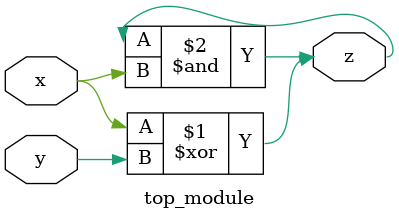
<source format=sv>
module top_module(
  input x,
  input y,
  output z
);
  
  xor gate1(z, x, y); // XOR gate for x and y
  and gate2(z, z, x); // AND gate for XOR output and x
  
endmodule

</source>
